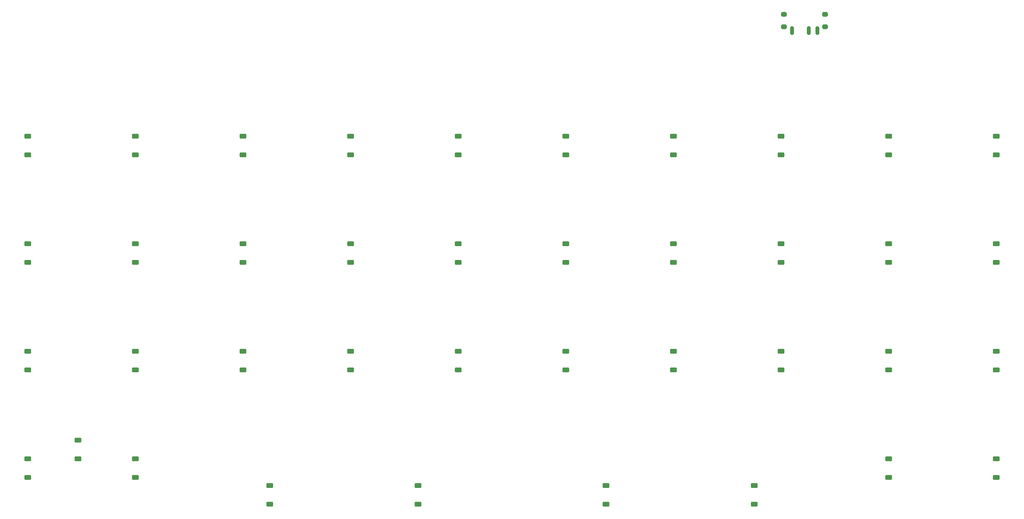
<source format=gbp>
G04 #@! TF.GenerationSoftware,KiCad,Pcbnew,7.0.5-7.0.5~ubuntu22.04.1*
G04 #@! TF.CreationDate,2023-07-14T10:16:13+02:00*
G04 #@! TF.ProjectId,pur-offset-space-55,7075722d-6f66-4667-9365-742d73706163,rev?*
G04 #@! TF.SameCoordinates,Original*
G04 #@! TF.FileFunction,Paste,Bot*
G04 #@! TF.FilePolarity,Positive*
%FSLAX46Y46*%
G04 Gerber Fmt 4.6, Leading zero omitted, Abs format (unit mm)*
G04 Created by KiCad (PCBNEW 7.0.5-7.0.5~ubuntu22.04.1) date 2023-07-14 10:16:13*
%MOMM*%
%LPD*%
G01*
G04 APERTURE LIST*
G04 Aperture macros list*
%AMRoundRect*
0 Rectangle with rounded corners*
0 $1 Rounding radius*
0 $2 $3 $4 $5 $6 $7 $8 $9 X,Y pos of 4 corners*
0 Add a 4 corners polygon primitive as box body*
4,1,4,$2,$3,$4,$5,$6,$7,$8,$9,$2,$3,0*
0 Add four circle primitives for the rounded corners*
1,1,$1+$1,$2,$3*
1,1,$1+$1,$4,$5*
1,1,$1+$1,$6,$7*
1,1,$1+$1,$8,$9*
0 Add four rect primitives between the rounded corners*
20,1,$1+$1,$2,$3,$4,$5,0*
20,1,$1+$1,$4,$5,$6,$7,0*
20,1,$1+$1,$6,$7,$8,$9,0*
20,1,$1+$1,$8,$9,$2,$3,0*%
G04 Aperture macros list end*
%ADD10RoundRect,0.225000X-0.375000X0.225000X-0.375000X-0.225000X0.375000X-0.225000X0.375000X0.225000X0*%
%ADD11RoundRect,0.225000X0.375000X-0.225000X0.375000X0.225000X-0.375000X0.225000X-0.375000X-0.225000X0*%
%ADD12RoundRect,0.200000X-0.300000X-0.200000X0.300000X-0.200000X0.300000X0.200000X-0.300000X0.200000X0*%
%ADD13RoundRect,0.175000X-0.175000X-0.575000X0.175000X-0.575000X0.175000X0.575000X-0.175000X0.575000X0*%
G04 APERTURE END LIST*
D10*
X69926200Y-107544600D03*
X69926200Y-110844600D03*
X69926200Y-69444600D03*
X69926200Y-72744600D03*
X69926200Y-126594600D03*
X69926200Y-129894600D03*
X69926200Y-88494600D03*
X69926200Y-91794600D03*
X50876200Y-69444600D03*
X50876200Y-72744600D03*
X127076200Y-88494600D03*
X127076200Y-91794600D03*
X88976200Y-107544600D03*
X88976200Y-110844600D03*
X222326200Y-126594600D03*
X222326200Y-129894600D03*
X184226200Y-69444600D03*
X184226200Y-72744600D03*
X203276200Y-107544600D03*
X203276200Y-110844600D03*
X165176200Y-107544600D03*
X165176200Y-110844600D03*
X146126200Y-107544600D03*
X146126200Y-110844600D03*
X50876200Y-126594600D03*
X50876200Y-129894600D03*
X127076200Y-107544600D03*
X127076200Y-110844600D03*
X184226200Y-107544600D03*
X184226200Y-110844600D03*
X222326200Y-88494600D03*
X222326200Y-91794600D03*
D11*
X59740800Y-126593600D03*
X59740800Y-123293600D03*
D10*
X222326200Y-69444600D03*
X222326200Y-72744600D03*
X108026200Y-88494600D03*
X108026200Y-91794600D03*
X119932450Y-131357100D03*
X119932450Y-134657100D03*
X127076200Y-69444600D03*
X127076200Y-72744600D03*
X50876200Y-88494600D03*
X50876200Y-91794600D03*
X50876200Y-107544600D03*
X50876200Y-110844600D03*
X203276200Y-126594600D03*
X203276200Y-129894600D03*
X88976200Y-88494600D03*
X88976200Y-91794600D03*
X165176200Y-88494600D03*
X165176200Y-91794600D03*
X108026200Y-69444600D03*
X108026200Y-72744600D03*
X88976200Y-69444600D03*
X88976200Y-72744600D03*
X222326200Y-107544600D03*
X222326200Y-110844600D03*
X146126200Y-88494600D03*
X146126200Y-91794600D03*
D12*
X192027000Y-50099200D03*
X192027000Y-47889200D03*
X184727000Y-50099200D03*
X184727000Y-47889200D03*
D13*
X186127000Y-50749200D03*
X189127000Y-50749200D03*
X190627000Y-50749200D03*
D10*
X165176200Y-69444600D03*
X165176200Y-72744600D03*
X93738700Y-131357100D03*
X93738700Y-134657100D03*
X184226200Y-88494600D03*
X184226200Y-91794600D03*
X153269950Y-131357100D03*
X153269950Y-134657100D03*
X146126200Y-69444600D03*
X146126200Y-72744600D03*
X179463700Y-131357100D03*
X179463700Y-134657100D03*
X203276200Y-88494600D03*
X203276200Y-91794600D03*
X108026200Y-107544600D03*
X108026200Y-110844600D03*
X203276200Y-69444600D03*
X203276200Y-72744600D03*
M02*

</source>
